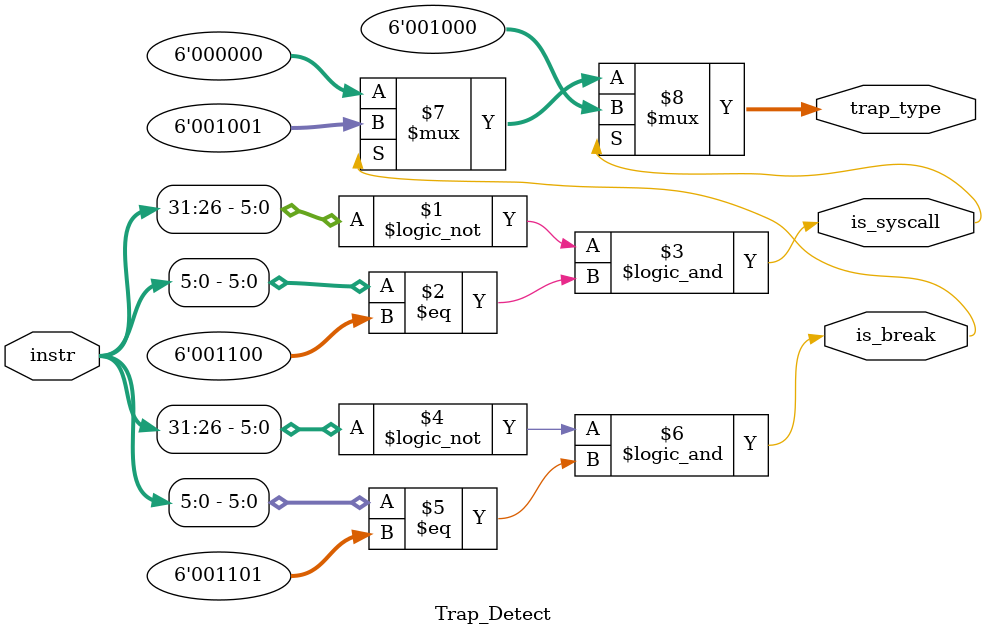
<source format=v>
`timescale 1ns / 1ps

module Trap_Detect (
    input  [31:0] instr,        // 当前指令
    output       is_syscall,    // SYSCALL检测信号
    output       is_break,      // BREAK检测信号
    output [5:0] trap_type      // 异常类型编码
);

    // verilator lint_off UNUSEDSIGNAL
    // SYSCALL: opcode=0, funct=0b001100 (十进制12)
    assign is_syscall = (instr[31:26] == 6'b000000) &&
                        (instr[5:0] == 6'b001100);

    // BREAK: opcode=0, funct=0b001101 (十进制13)
    assign is_break = (instr[31:26] == 6'b000000) &&
                      (instr[5:0] == 6'b001101);
    // verilator lint_on UNUSEDSIGNAL

    // 异常类型编码 (MIPS标准)
    // 8: Sys (系统调用异常)
    // 9: Bp (断点异常)
    assign trap_type = is_syscall ? 6'd8 :
                       is_break  ? 6'd9 :
                                   6'd0;  // 无异常

endmodule

</source>
